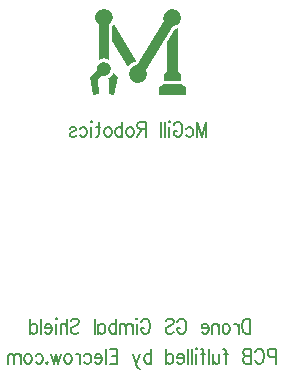
<source format=gbo>
G04 DipTrace 3.0.0.1*
G04 pwm-controller.GBO*
%MOIN*%
G04 #@! TF.FileFunction,Legend,Bot*
G04 #@! TF.Part,Single*
%ADD63C,0.008*%
%FSLAX26Y26*%
G04*
G70*
G90*
G75*
G01*
G04 BotSilk*
%LPD*%
G36*
X1833240Y1355138D2*
Y1379138D1*
X1816240Y1389138D1*
X1759240D1*
X1742240Y1379138D1*
Y1355138D1*
D1*
X1833240D1*
G37*
G36*
X1816240Y1401138D2*
Y1423138D1*
X1805240Y1430138D1*
Y1576138D1*
X1797240Y1574138D1*
X1770240Y1531138D1*
Y1430138D1*
X1759240Y1423138D1*
Y1401138D1*
X1816240D1*
G37*
G36*
X1790240Y1583138D2*
X1802240Y1587138D1*
X1813240Y1597138D1*
X1817240Y1612138D1*
X1813240Y1627138D1*
X1802240Y1638138D1*
X1788240Y1642138D1*
X1773240Y1638138D1*
X1762240Y1627138D1*
X1758240Y1612138D1*
X1761240Y1601138D1*
X1670240Y1453138D1*
X1658240Y1449138D1*
X1647240Y1438138D1*
X1643240Y1423138D1*
X1647240Y1409138D1*
X1658240Y1398138D1*
X1673240Y1394138D1*
X1688240Y1398138D1*
X1699240Y1409138D1*
X1703240Y1424138D1*
X1700240Y1436138D1*
X1790240Y1583138D1*
G37*
G36*
X1667240Y1468138D2*
X1664240Y1463138D1*
X1651240Y1459138D1*
X1640240Y1446138D1*
X1587240Y1534138D1*
Y1585138D1*
X1593240Y1590138D1*
D1*
X1667240Y1468138D1*
G37*
G36*
X1576240Y1589138D2*
X1584240Y1597138D1*
X1589240Y1612138D1*
X1585240Y1627138D1*
X1574240Y1638138D1*
X1559240Y1642138D1*
X1544240Y1638138D1*
X1533240Y1627138D1*
X1529240Y1612138D1*
X1533240Y1598138D1*
X1542240Y1589138D1*
Y1472138D1*
X1559240Y1477138D1*
X1576240Y1472138D1*
Y1589138D1*
G37*
G36*
X1590240Y1429138D2*
X1589240Y1424138D1*
X1577240Y1411138D1*
X1573240Y1410138D1*
X1576240Y1407138D1*
Y1358138D1*
X1593240Y1355138D1*
X1605240Y1415138D1*
X1590240Y1429138D1*
G37*
G36*
X1579240Y1453138D2*
X1582240Y1441138D1*
X1579240Y1429138D1*
X1570240Y1420138D1*
X1559240Y1417138D1*
X1553240Y1419138D1*
X1541240Y1406138D1*
X1542240Y1358138D1*
X1524240Y1355138D1*
X1513240Y1415138D1*
X1536240Y1438138D1*
X1535240Y1442138D1*
X1538240Y1452138D1*
X1547240Y1461138D1*
X1559240Y1464138D1*
X1571240Y1461138D1*
X1579240Y1453138D1*
G37*
X2132039Y482211D2*
D63*
X2114795D1*
X2109091Y484588D1*
X2107145Y487019D1*
X2105244Y491773D1*
Y498958D1*
X2107145Y503711D1*
X2109091Y506143D1*
X2114795Y508519D1*
X2132039D1*
Y458279D1*
X2063748Y496581D2*
X2065649Y501334D1*
X2069496Y506143D1*
X2073299Y508519D1*
X2080948D1*
X2084795Y506143D1*
X2088597Y501334D1*
X2090543Y496581D1*
X2092444Y489396D1*
Y477402D1*
X2090543Y470273D1*
X2088597Y465464D1*
X2084795Y460711D1*
X2080948Y458279D1*
X2073299D1*
X2069496Y460711D1*
X2065649Y465464D1*
X2063748Y470273D1*
X2050948Y508519D2*
Y458279D1*
X2033704D1*
X2027956Y460711D1*
X2026055Y463088D1*
X2024153Y467841D1*
Y475026D1*
X2026055Y479834D1*
X2027956Y482211D1*
X2033704Y484588D1*
X2027956Y487019D1*
X2026055Y489396D1*
X2024153Y494149D1*
Y498958D1*
X2026055Y503711D1*
X2027956Y506143D1*
X2033704Y508519D1*
X2050948D1*
Y484588D2*
X2033704D1*
X1956725Y508519D2*
X1960528D1*
X1964375Y506143D1*
X1966276Y498958D1*
Y458279D1*
X1972024Y491773D2*
X1958627D1*
X1943925D2*
Y467841D1*
X1942024Y460711D1*
X1938177Y458279D1*
X1932429D1*
X1928627Y460711D1*
X1922879Y467841D1*
Y491773D2*
Y458279D1*
X1910079Y508519D2*
Y458279D1*
X1881980Y508519D2*
X1885783D1*
X1889630Y506143D1*
X1891531Y498958D1*
Y458279D1*
X1897279Y491773D2*
X1883881D1*
X1869180Y508519D2*
X1867279Y506143D1*
X1865333Y508519D1*
X1867279Y510951D1*
X1869180Y508519D1*
X1867279Y491773D2*
Y458279D1*
X1852533Y508519D2*
Y458279D1*
X1839733Y508519D2*
Y458279D1*
X1826933Y477402D2*
X1803986D1*
Y482211D1*
X1805887Y487019D1*
X1807788Y489396D1*
X1811635Y491773D1*
X1817383D1*
X1821185Y489396D1*
X1825032Y484588D1*
X1826933Y477402D1*
Y472649D1*
X1825032Y465464D1*
X1821185Y460711D1*
X1817383Y458279D1*
X1811635D1*
X1807788Y460711D1*
X1803986Y465464D1*
X1768238Y508519D2*
Y458279D1*
Y484588D2*
X1772040Y489396D1*
X1775887Y491773D1*
X1781635D1*
X1785438Y489396D1*
X1789284Y484588D1*
X1791186Y477402D1*
Y472649D1*
X1789284Y465464D1*
X1785438Y460711D1*
X1781635Y458279D1*
X1775887D1*
X1772040Y460711D1*
X1768238Y465464D1*
X1716108Y508519D2*
Y458279D1*
Y484588D2*
X1712262Y489396D1*
X1708459Y491773D1*
X1702711D1*
X1698908Y489396D1*
X1695062Y484588D1*
X1693160Y477402D1*
Y472649D1*
X1695062Y465464D1*
X1698908Y460711D1*
X1702711Y458279D1*
X1708459D1*
X1712262Y460711D1*
X1716108Y465464D1*
X1678415Y491773D2*
X1666963Y458279D1*
X1670766Y448718D1*
X1674612Y443909D1*
X1678415Y441533D1*
X1680360D1*
X1655467Y491773D2*
X1666963Y458279D1*
X1578488Y508519D2*
X1603338D1*
Y458279D1*
X1578488D1*
X1603338Y484588D2*
X1588039D1*
X1565688Y508519D2*
Y458279D1*
X1552888Y477402D2*
X1529940D1*
Y482211D1*
X1531842Y487019D1*
X1533743Y489396D1*
X1537590Y491773D1*
X1543338D1*
X1547140Y489396D1*
X1550987Y484588D1*
X1552888Y477402D1*
Y472649D1*
X1550987Y465464D1*
X1547140Y460711D1*
X1543338Y458279D1*
X1537590D1*
X1533743Y460711D1*
X1529940Y465464D1*
X1494148Y484588D2*
X1497995Y489396D1*
X1501842Y491773D1*
X1507546D1*
X1511392Y489396D1*
X1515195Y484588D1*
X1517140Y477402D1*
Y472649D1*
X1515195Y465464D1*
X1511392Y460711D1*
X1507546Y458279D1*
X1501842D1*
X1497995Y460711D1*
X1494148Y465464D1*
X1481348Y491773D2*
Y458279D1*
Y477402D2*
X1479403Y484588D1*
X1475600Y489396D1*
X1471754Y491773D1*
X1466006D1*
X1443655D2*
X1447458Y489396D1*
X1451304Y484588D1*
X1453206Y477402D1*
Y472649D1*
X1451304Y465464D1*
X1447458Y460711D1*
X1443655Y458279D1*
X1437907D1*
X1434060Y460711D1*
X1430258Y465464D1*
X1428312Y472649D1*
Y477402D1*
X1430258Y484588D1*
X1434060Y489396D1*
X1437907Y491773D1*
X1443655D1*
X1415512D2*
X1407863Y458279D1*
X1400214Y491773D1*
X1392564Y458279D1*
X1384915Y491773D1*
X1370214Y463088D2*
X1372115Y460656D1*
X1370214Y458279D1*
X1368268Y460656D1*
X1370214Y463088D1*
X1332476Y484588D2*
X1336323Y489396D1*
X1340170Y491773D1*
X1345873D1*
X1349720Y489396D1*
X1353523Y484588D1*
X1355468Y477402D1*
Y472649D1*
X1353523Y465464D1*
X1349720Y460711D1*
X1345873Y458279D1*
X1340170D1*
X1336323Y460711D1*
X1332476Y465464D1*
X1310125Y491773D2*
X1313928Y489396D1*
X1317775Y484588D1*
X1319676Y477402D1*
Y472649D1*
X1317775Y465464D1*
X1313928Y460711D1*
X1310125Y458279D1*
X1304377D1*
X1300531Y460711D1*
X1296728Y465464D1*
X1294783Y472649D1*
Y477402D1*
X1296728Y484588D1*
X1300531Y489396D1*
X1304377Y491773D1*
X1310125D1*
X1281983D2*
Y458279D1*
Y482211D2*
X1276235Y489396D1*
X1272388Y491773D1*
X1266684D1*
X1262837Y489396D1*
X1260936Y482211D1*
Y458279D1*
Y482211D2*
X1255188Y489396D1*
X1251341Y491773D1*
X1245637D1*
X1241791Y489396D1*
X1239845Y482211D1*
Y458279D1*
X1870095Y1214609D2*
Y1264849D1*
X1885393Y1214609D1*
X1900692Y1264849D1*
Y1214609D1*
X1834302Y1240917D2*
X1838149Y1245725D1*
X1841996Y1248102D1*
X1847700D1*
X1851546Y1245725D1*
X1855349Y1240917D1*
X1857295Y1233732D1*
Y1228979D1*
X1855349Y1221794D1*
X1851546Y1217040D1*
X1847700Y1214609D1*
X1841996D1*
X1838149Y1217040D1*
X1834302Y1221794D1*
X1792806Y1252910D2*
X1794708Y1257664D1*
X1798554Y1262472D1*
X1802357Y1264849D1*
X1810006D1*
X1813853Y1262472D1*
X1817656Y1257664D1*
X1819601Y1252910D1*
X1821502Y1245725D1*
Y1233732D1*
X1819601Y1226602D1*
X1817656Y1221794D1*
X1813853Y1217040D1*
X1810006Y1214609D1*
X1802357D1*
X1798554Y1217040D1*
X1794708Y1221794D1*
X1792806Y1226602D1*
Y1233732D1*
X1802357D1*
X1780006Y1264849D2*
X1778105Y1262472D1*
X1776160Y1264849D1*
X1778105Y1267280D1*
X1780006Y1264849D1*
X1778105Y1248102D2*
Y1214609D1*
X1763360Y1264849D2*
Y1214609D1*
X1750560Y1264849D2*
Y1214609D1*
X1698430Y1240917D2*
X1681230D1*
X1675482Y1243349D1*
X1673537Y1245725D1*
X1671636Y1250479D1*
Y1255287D1*
X1673537Y1260040D1*
X1675482Y1262472D1*
X1681230Y1264849D1*
X1698430D1*
Y1214609D1*
X1685033Y1240917D2*
X1671636Y1214609D1*
X1649285Y1248102D2*
X1653088Y1245725D1*
X1656934Y1240917D1*
X1658836Y1233732D1*
Y1228979D1*
X1656934Y1221794D1*
X1653088Y1217040D1*
X1649285Y1214609D1*
X1643537D1*
X1639690Y1217040D1*
X1635888Y1221794D1*
X1633942Y1228979D1*
Y1233732D1*
X1635888Y1240917D1*
X1639690Y1245725D1*
X1643537Y1248102D1*
X1649285D1*
X1621142Y1264849D2*
Y1214609D1*
Y1240917D2*
X1617295Y1245725D1*
X1613493Y1248102D1*
X1607745D1*
X1603942Y1245725D1*
X1600096Y1240917D1*
X1598194Y1233732D1*
Y1228979D1*
X1600096Y1221794D1*
X1603942Y1217040D1*
X1607745Y1214609D1*
X1613493D1*
X1617295Y1217040D1*
X1621142Y1221794D1*
X1575844Y1248102D2*
X1579646Y1245725D1*
X1583493Y1240917D1*
X1585394Y1233732D1*
Y1228979D1*
X1583493Y1221794D1*
X1579646Y1217040D1*
X1575844Y1214609D1*
X1570096D1*
X1566249Y1217040D1*
X1562446Y1221794D1*
X1560501Y1228979D1*
Y1233732D1*
X1562446Y1240917D1*
X1566249Y1245725D1*
X1570096Y1248102D1*
X1575844D1*
X1541953Y1264849D2*
Y1224170D1*
X1540052Y1217040D1*
X1536205Y1214609D1*
X1532402D1*
X1547701Y1248102D2*
X1534304D1*
X1519602Y1264849D2*
X1517701Y1262472D1*
X1515756Y1264849D1*
X1517701Y1267280D1*
X1519602Y1264849D1*
X1517701Y1248102D2*
Y1214609D1*
X1479963Y1240917D2*
X1483810Y1245725D1*
X1487657Y1248102D1*
X1493361D1*
X1497208Y1245725D1*
X1501010Y1240917D1*
X1502956Y1233732D1*
Y1228979D1*
X1501010Y1221794D1*
X1497208Y1217040D1*
X1493361Y1214609D1*
X1487657D1*
X1483810Y1217040D1*
X1479963Y1221794D1*
X1446117Y1240917D2*
X1448018Y1245725D1*
X1453766Y1248102D1*
X1459514D1*
X1465262Y1245725D1*
X1467163Y1240917D1*
X1465262Y1236164D1*
X1461415Y1233732D1*
X1451865Y1231355D1*
X1448018Y1228979D1*
X1446117Y1224170D1*
Y1221794D1*
X1448018Y1217040D1*
X1453766Y1214609D1*
X1459514D1*
X1465262Y1217040D1*
X1467163Y1221794D1*
X2047917Y608530D2*
Y558290D1*
X2034520D1*
X2028772Y560722D1*
X2024925Y565475D1*
X2023024Y570283D1*
X2021122Y577413D1*
Y589406D1*
X2023024Y596592D1*
X2024925Y601345D1*
X2028772Y606153D1*
X2034520Y608530D1*
X2047917D1*
X2008322Y591783D2*
Y558290D1*
Y577413D2*
X2006377Y584598D1*
X2002574Y589406D1*
X1998728Y591783D1*
X1992980D1*
X1970629D2*
X1974432Y589406D1*
X1978278Y584598D1*
X1980180Y577413D1*
Y572660D1*
X1978278Y565475D1*
X1974432Y560722D1*
X1970629Y558290D1*
X1964881D1*
X1961034Y560722D1*
X1957232Y565475D1*
X1955286Y572660D1*
Y577413D1*
X1957232Y584598D1*
X1961034Y589406D1*
X1964881Y591783D1*
X1970629D1*
X1942486D2*
Y558290D1*
Y582221D2*
X1936738Y589406D1*
X1932891Y591783D1*
X1927188D1*
X1923341Y589406D1*
X1921440Y582221D1*
Y558290D1*
X1908640Y577413D2*
X1885692D1*
Y582221D1*
X1887593Y587030D1*
X1889494Y589406D1*
X1893341Y591783D1*
X1899089D1*
X1902892Y589406D1*
X1906738Y584598D1*
X1908640Y577413D1*
Y572660D1*
X1906738Y565475D1*
X1902892Y560722D1*
X1899089Y558290D1*
X1893341D1*
X1889494Y560722D1*
X1885692Y565475D1*
X1804866Y596592D2*
X1806768Y601345D1*
X1810614Y606153D1*
X1814417Y608530D1*
X1822066D1*
X1825913Y606153D1*
X1829716Y601345D1*
X1831661Y596592D1*
X1833562Y589406D1*
Y577413D1*
X1831661Y570283D1*
X1829716Y565475D1*
X1825913Y560722D1*
X1822066Y558290D1*
X1814417D1*
X1810614Y560722D1*
X1806768Y565475D1*
X1804866Y570283D1*
Y577413D1*
X1814417D1*
X1765272Y601345D2*
X1769074Y606153D1*
X1774822Y608530D1*
X1782472D1*
X1788220Y606153D1*
X1792066Y601345D1*
Y596592D1*
X1790121Y591783D1*
X1788220Y589406D1*
X1784417Y587030D1*
X1772921Y582221D1*
X1769074Y579845D1*
X1767173Y577413D1*
X1765272Y572660D1*
Y565475D1*
X1769074Y560722D1*
X1774822Y558290D1*
X1782472D1*
X1788220Y560722D1*
X1792066Y565475D1*
X1684446Y596592D2*
X1686348Y601345D1*
X1690194Y606153D1*
X1693997Y608530D1*
X1701646D1*
X1705493Y606153D1*
X1709296Y601345D1*
X1711241Y596592D1*
X1713142Y589406D1*
Y577413D1*
X1711241Y570283D1*
X1709296Y565475D1*
X1705493Y560722D1*
X1701646Y558290D1*
X1693997D1*
X1690194Y560722D1*
X1686348Y565475D1*
X1684446Y570283D1*
Y577413D1*
X1693997D1*
X1671646Y608530D2*
X1669745Y606153D1*
X1667800Y608530D1*
X1669745Y610962D1*
X1671646Y608530D1*
X1669745Y591783D2*
Y558290D1*
X1655000Y591783D2*
Y558290D1*
Y582221D2*
X1649252Y589406D1*
X1645405Y591783D1*
X1639701D1*
X1635854Y589406D1*
X1633953Y582221D1*
Y558290D1*
Y582221D2*
X1628205Y589406D1*
X1624358Y591783D1*
X1618654D1*
X1614808Y589406D1*
X1612862Y582221D1*
Y558290D1*
X1600062Y608530D2*
Y558290D1*
Y584598D2*
X1596215Y589406D1*
X1592413Y591783D1*
X1586665D1*
X1582862Y589406D1*
X1579015Y584598D1*
X1577114Y577413D1*
Y572660D1*
X1579015Y565475D1*
X1582862Y560722D1*
X1586665Y558290D1*
X1592413D1*
X1596215Y560722D1*
X1600062Y565475D1*
X1541366Y591783D2*
Y558290D1*
Y584598D2*
X1545169Y589406D1*
X1549016Y591783D1*
X1554719D1*
X1558566Y589406D1*
X1562369Y584598D1*
X1564314Y577413D1*
Y572660D1*
X1562369Y565475D1*
X1558566Y560722D1*
X1554719Y558290D1*
X1549016D1*
X1545169Y560722D1*
X1541366Y565475D1*
X1528566Y608530D2*
Y558290D1*
X1449642Y601345D2*
X1453445Y606153D1*
X1459193Y608530D1*
X1466842D1*
X1472590Y606153D1*
X1476437Y601345D1*
Y596592D1*
X1474491Y591783D1*
X1472590Y589406D1*
X1468788Y587030D1*
X1457292Y582221D1*
X1453445Y579845D1*
X1451544Y577413D1*
X1449642Y572660D1*
Y565475D1*
X1453445Y560722D1*
X1459193Y558290D1*
X1466842D1*
X1472590Y560722D1*
X1476437Y565475D1*
X1436842Y608530D2*
Y558290D1*
Y582221D2*
X1431094Y589406D1*
X1427247Y591783D1*
X1421499D1*
X1417697Y589406D1*
X1415796Y582221D1*
Y558290D1*
X1402996Y608530D2*
X1401094Y606153D1*
X1399149Y608530D1*
X1401094Y610962D1*
X1402996Y608530D1*
X1401094Y591783D2*
Y558290D1*
X1386349Y577413D2*
X1363401D1*
Y582221D1*
X1365302Y587030D1*
X1367203Y589406D1*
X1371050Y591783D1*
X1376798D1*
X1380601Y589406D1*
X1384448Y584598D1*
X1386349Y577413D1*
Y572660D1*
X1384448Y565475D1*
X1380601Y560722D1*
X1376798Y558290D1*
X1371050D1*
X1367203Y560722D1*
X1363401Y565475D1*
X1350601Y608530D2*
Y558290D1*
X1314853Y608530D2*
Y558290D1*
Y584598D2*
X1318656Y589406D1*
X1322502Y591783D1*
X1328250D1*
X1332053Y589406D1*
X1335900Y584598D1*
X1337801Y577413D1*
Y572660D1*
X1335900Y565475D1*
X1332053Y560722D1*
X1328250Y558290D1*
X1322502D1*
X1318656Y560722D1*
X1314853Y565475D1*
M02*

</source>
